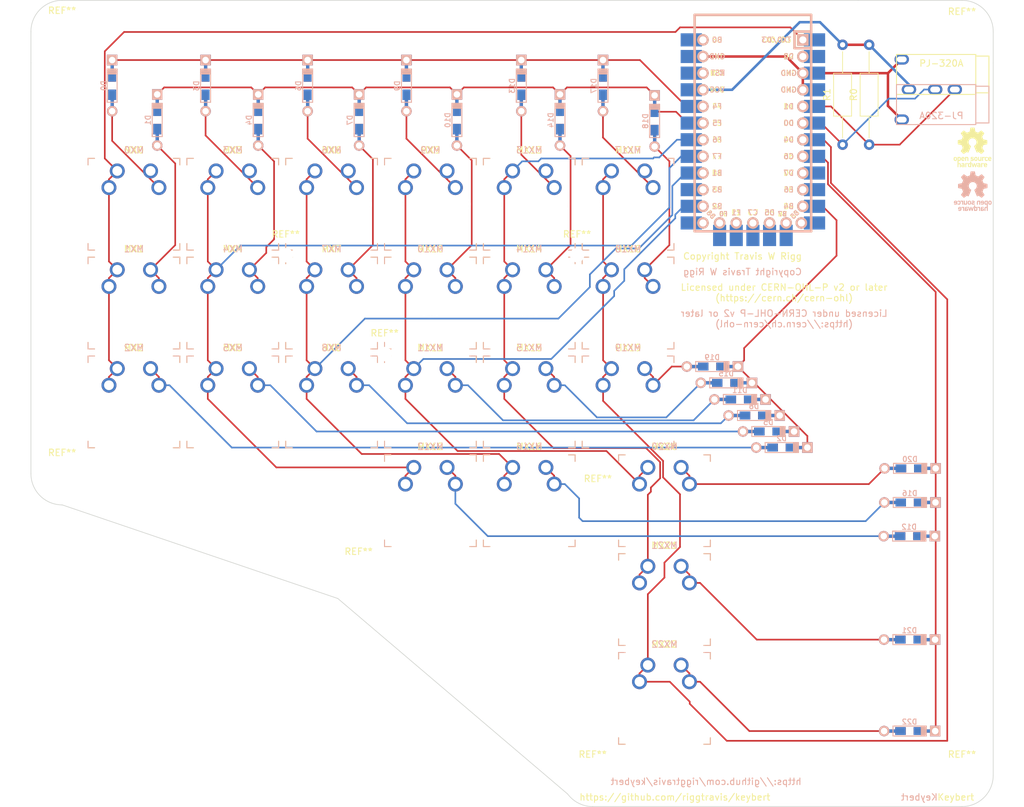
<source format=kicad_pcb>
(kicad_pcb (version 20211014) (generator pcbnew)
  (title_block (title "Keybert") (date "2022-05-16") (rev "0.0.1a") (comment 1 "Copyright Travis W Rigg") (comment 2 "Licensed under CERN-OHL-P v2 or later (https://cern.ch/cern-ohl)") (comment 3 "Repo: https://github.com/riggtravis/keybert"))
  (layers (0 "F.Cu" signal) (31 "B.Cu" signal) (34 "B.Paste" user) (35 "F.Paste" user) (36 "B.SilkS" user "B.Silkscreen") (37 "F.SilkS" user "F.Silkscreen") (38 "B.Mask" user) (39 "F.Mask" user) (44 "Edge.Cuts" user))
  (net 0 "")
  (net 1 "row0")
  (net 2 "Net-(D0-Pad2)")
  (net 3 "row1")
  (net 4 "Net-(D1-Pad2)")
  (net 5 "row2")
  (net 6 "Net-(D2-Pad2)")
  (net 7 "Net-(D3-Pad2)")
  (net 8 "Net-(D4-Pad2)")
  (net 9 "Net-(D5-Pad2)")
  (net 10 "Net-(D6-Pad2)")
  (net 11 "Net-(D7-Pad2)")
  (net 12 "Net-(D8-Pad2)")
  (net 13 "Net-(D9-Pad2)")
  (net 14 "Net-(D10-Pad2)")
  (net 15 "Net-(D11-Pad2)")
  (net 16 "clu0")
  (net 17 "Net-(D12-Pad2)")
  (net 18 "Net-(D13-Pad2)")
  (net 19 "Net-(D14-Pad2)")
  (net 20 "Net-(D15-Pad2)")
  (net 21 "Net-(D16-Pad2)")
  (net 22 "Net-(D17-Pad2)")
  (net 23 "Net-(D18-Pad2)")
  (net 24 "Net-(D19-Pad2)")
  (net 25 "Net-(D20-Pad2)")
  (net 26 "Net-(D21-Pad2)")
  (net 27 "Net-(D22-Pad2)")
  (net 28 "col0")
  (net 29 "col1")
  (net 30 "col2")
  (net 31 "col3")
  (net 32 "col4")
  (net 33 "col5")
  (net 35 "SCL")
  (net 36 "VCC")
  (net 37 "SDA")
  (net 40 "GND")
  (net 43 "unconnected-(MC-EC0-Pad15)")
  (footprint "MountingHole:MountingHole_2.2mm_M2" (layer "F.Cu") (at 156.5275 18.25625)
    (fp_text reference "REF**")
    (fp_text value "MountingHole_2.2mm_M2")
  )
  (footprint "Resistor_THT:R_Axial_DIN0207_L6.3mm_D2.5mm_P15.24mm_Horizontal" (layer "F.Cu") (at 142.35625 35.35875 90)
    (fp_text reference "R0")
    (fp_text value "4.7k")
  )
  (footprint "MountingHole:MountingHole_2.2mm_M2" (layer "F.Cu") (at 19.20875 18.0975)
    (fp_text reference "REF**")
    (fp_text value "MountingHole_2.2mm_M2")
  )
  (footprint "Keebio-Parts:TRRS-PJ-320A-dual" (layer "F.Cu") (at 158.63125 26.945 -90)
    (fp_text reference "J0")
    (fp_text value "TRRS")
  )
  (footprint "MountingHole:MountingHole_2.2mm_M2" (layer "F.Cu") (at 156.5275 131.60375)
    (fp_text reference "REF**")
    (fp_text value "MountingHole_2.2mm_M2")
  )
  (footprint "keyswitches:SW_MX_reversible" (layer "F.Cu") (at 105.56875 74.6125)
    (fp_text reference "MX19")
    (fp_text value "MX-NoLED")
  )
  (footprint "keyswitches:SW_MX_reversible" (layer "F.Cu") (at 75.40625 74.6125)
    (fp_text reference "MX11")
    (fp_text value "MX-NoLED")
  )
  (footprint "keyswitches:SW_MX_reversible" (layer "F.Cu") (at 111.125 89.69375)
    (fp_text reference "MX20")
    (fp_text value "MX-NoLED")
  )
  (footprint "keyswitches:SW_MX_reversible" (layer "F.Cu") (at 75.40625 89.69375)
    (fp_text reference "MX12")
    (fp_text value "MX-NoLED")
  )
  (footprint "MountingHole:MountingHole_2.2mm_M2" (layer "F.Cu") (at 64.4525 100.6475)
    (fp_text reference "REF**")
    (fp_text value "MountingHole_2.2mm_M2")
  )
  (footprint "MountingHole:MountingHole_2.2mm_M2" (layer "F.Cu") (at 100.17125 131.60375)
    (fp_text reference "REF**")
    (fp_text value "MountingHole_2.2mm_M2")
  )
  (footprint "keyswitches:SW_MX_reversible" (layer "F.Cu") (at 105.56875 59.53125)
    (fp_text reference "MX18")
    (fp_text value "MX-NoLED")
  )
  (footprint "MountingHole:MountingHole_2.2mm_M2" (layer "F.Cu") (at 53.34 52.22875)
    (fp_text reference "REF**")
    (fp_text value "MountingHole_2.2mm_M2")
  )
  (footprint "keyswitches:SW_MX_reversible" (layer "F.Cu") (at 75.40625 59.53125)
    (fp_text reference "MX10")
    (fp_text value "MX-NoLED")
  )
  (footprint "keyswitches:SW_MX_reversible" (layer "F.Cu") (at 90.4875 74.6125)
    (fp_text reference "MX15")
    (fp_text value "MX-NoLED")
  )
  (footprint "keyswitches:SW_MX_reversible" (layer "F.Cu") (at 60.325 59.53125)
    (fp_text reference "MX7")
    (fp_text value "MX-NoLED")
  )
  (footprint "keyswitches:SW_MX_reversible" (layer "F.Cu") (at 45.24375 44.45)
    (fp_text reference "MX3")
    (fp_text value "MX-NoLED")
  )
  (footprint "keyswitches:SW_MX_reversible" (layer "F.Cu") (at 90.4875 59.53125)
    (fp_text reference "MX14")
    (fp_text value "MX-NoLED")
  )
  (footprint "MountingHole:MountingHole_2.2mm_M2" (layer "F.Cu") (at 97.79 52.22875)
    (fp_text reference "REF**")
    (fp_text value "MountingHole_2.2mm_M2")
  )
  (footprint "MountingHole:MountingHole_2.2mm_M2" (layer "F.Cu") (at 19.20875 85.56625)
    (fp_text reference "REF**")
    (fp_text value "MountingHole_2.2mm_M2")
  )
  (footprint "keyswitches:SW_MX_reversible" (layer "F.Cu") (at 30.1625 44.45)
    (fp_text reference "MX0")
    (fp_text value "MX-NoLED")
  )
  (footprint "keyswitches:SW_MX_reversible" (layer "F.Cu") (at 60.325 74.6125)
    (fp_text reference "MX8")
    (fp_text value "MX-NoLED")
  )
  (footprint "MountingHole:MountingHole_2.2mm_M2" (layer "F.Cu") (at 68.42125 67.31)
    (fp_text reference "REF**")
    (fp_text value "MountingHole_2.2mm_M2")
  )
  (footprint "keyswitches:SW_MX_reversible" (layer "F.Cu") (at 111.125 119.85625)
    (fp_text reference "MX22")
    (fp_text value "MX-NoLED")
  )
  (footprint "Resistor_THT:R_Axial_DIN0207_L6.3mm_D2.5mm_P15.24mm_Horizontal" (layer "F.Cu") (at 138.30625 35.35875 90)
    (fp_text reference "R1")
    (fp_text value "4.7k")
  )
  (footprint "keyswitches:SW_MX_reversible" (layer "F.Cu") (at 90.4875 89.69375)
    (fp_text reference "MX16")
    (fp_text value "MX-NoLED")
  )
  (footprint "MountingHole:MountingHole_2.2mm_M2" (layer "F.Cu") (at 100.965 89.535)
    (fp_text reference "REF**")
    (fp_text value "MountingHole_2.2mm_M2")
  )
  (footprint "keyswitches:SW_MX_reversible" (layer "F.Cu") (at 90.4875 44.45)
    (fp_text reference "MX13")
    (fp_text value "MX-NoLED")
  )
  (footprint "keyswitches:SW_MX_reversible" (layer "F.Cu") (at 111.125 104.775)
    (fp_text reference "MX21")
    (fp_text value "MX-NoLED")
  )
  (footprint "keyswitches:SW_MX_reversible" (layer "F.Cu") (at 105.56875 44.45)
    (fp_text reference "MX17")
    (fp_text value "MX-NoLED")
  )
  (footprint "Symbol:OSHW-Logo_5.7x6mm_SilkScreen" (layer "F.Cu") (at 158.12625 35.775)
    (fp_text reference "REF**" hide)
    (fp_text value "OSHW-Logo_5.7x6mm_SilkScreen" hide)
  )
  (footprint "keyswitches:SW_MX_reversible" (layer "F.Cu") (at 60.325 44.45)
    (fp_text reference "MX6")
    (fp_text value "MX-NoLED")
  )
  (footprint "keyswitches:SW_MX_reversible" (layer "F.Cu") (at 45.24375 59.53125)
    (fp_text reference "MX4")
    (fp_text value "MX-NoLED")
  )
  (footprint "keyswitches:SW_MX_reversible" (layer "F.Cu") (at 30.1625 74.6125)
    (fp_text reference "MX2")
    (fp_text value "MX-NoLED")
  )
  (footprint "keyswitches:SW_MX_reversible" (layer "F.Cu") (at 75.40625 44.45)
    (fp_text reference "MX9")
    (fp_text value "MX-NoLED")
  )
  (footprint "keyswitches:SW_MX_reversible" (layer "F.Cu") (at 45.24375 74.6125)
    (fp_text reference "MX5")
    (fp_text value "MX-NoLED")
  )
  (footprint "keyswitches:SW_MX_reversible" (layer "F.Cu") (at 30.1625 59.53125)
    (fp_text reference "MX1")
    (fp_text value "MX-NoLED")
  )
  (footprint "Keebio-Parts:Diode-dual" (layer "B.Cu") (at 148.54 124.84)
    (fp_text reference "D22")
    (fp_text value "1N4148" hide)
  )
  (footprint "Keebio-Parts:Diode-dual" (layer "B.Cu") (at 49.13 31.59 90)
    (fp_text reference "D4")
    (fp_text value "1N4148" hide)
  )
  (footprint "Keebio-Parts:Diode-dual" (layer "B.Cu") (at 101.74 26.35 90)
    (fp_text reference "D17")
    (fp_text value "1N4148" hide)
  )
  (footprint "Keebio-Parts:Diode-dual" (layer "B.Cu") (at 118.43 69.22)
    (fp_text reference "D19")
    (fp_text value "1N4148" hide)
  )
  (footprint "Keebio-Parts:Diode-dual" (layer "B.Cu") (at 120.57 71.71)
    (fp_text reference "D15")
    (fp_text value "1N4148" hide)
  )
  (footprint "Keebio-Parts:Diode-dual" (layer "B.Cu") (at 41.1 26.35 90)
    (fp_text reference "D3")
    (fp_text value "1N4148" hide)
  )
  (footprint "Keebio-Parts:Diode-dual" (layer "B.Cu") (at 79.45 31.59 90)
    (fp_text reference "D10")
    (fp_text value "1N4148" hide)
  )
  (footprint "Keebio-Parts:Diode-dual" (layer "B.Cu") (at 148.58 89.96)
    (fp_text reference "D16")
    (fp_text value "1N4148" hide)
  )
  (footprint "Keebio-Parts:Diode-dual" (layer "B.Cu") (at 148.52 110.89)
    (fp_text reference "D21")
    (fp_text value "1N4148" hide)
  )
  (footprint "Symbol:OSHW-Logo_5.7x6mm_SilkScreen" (layer "B.Cu") (at 158.17625 42.455 180)
    (fp_text reference "REF**" hide)
    (fp_text value "OSHW-Logo_5.7x6mm_SilkScreen" hide)
  )
  (footprint "Keebio-Parts:Diode-dual" (layer "B.Cu") (at 148.61 84.76)
    (fp_text reference "D20")
    (fp_text value "1N4148" hide)
  )
  (footprint "Keebio-Parts:Diode-dual" (layer "B.Cu") (at 122.65 74.24)
    (fp_text reference "D11")
    (fp_text value "1N4148" hide)
  )
  (footprint "Keebio-Parts:Diode-dual" (layer "B.Cu") (at 89.28 26.35 90)
    (fp_text reference "D13")
    (fp_text value "1N4148" hide)
  )
  (footprint "Keebio-Parts:Diode-dual" (layer "B.Cu") (at 71.75 26.35 90)
    (fp_text reference "D9")
    (fp_text value "1N4148" hide)
  )
  (footprint "Keebio-Parts:Diode-dual" (layer "B.Cu") (at 124.81 76.69)
    (fp_text reference "D8")
    (fp_text value "1N4148" hide)
  )
  (footprint "Keebio-Parts:Diode-dual" (layer "B.Cu") (at 26.84 26.35 90)
    (fp_text reference "D0")
    (fp_text value "1N4148" hide)
  )
  (footprint "Keebio-Parts:Diode-dual" (layer "B.Cu") (at 109.62 31.74 90)
    (fp_text reference "D18")
    (fp_text value "1N4148" hide)
  )
  (footprint "Keebio-Parts:Diode-dual" (layer "B.Cu") (at 95.18 31.59 90)
    (fp_text reference "D14")
    (fp_text value "1N4148" hide)
  )
  (footprint "Keebio-Parts:Diode-dual" (layer "B.Cu") (at 129.03 81.58)
    (fp_text reference "D2")
    (fp_text value "1N4148" hide)
  )
  (footprint "Keebio-Parts:Diode-dual" (layer "B.Cu") (at 33.72 31.59 90)
    (fp_text reference "D1")
    (fp_text value "1N4148" hide)
  )
  (footprint "Keebio-Parts:Diode-dual" (layer "B.Cu") (at 148.48 95.1)
    (fp_text reference "D12")
    (fp_text value "1N4148" hide)
  )
  (footprint "Keebio-Parts:Diode-dual" (layer "B.Cu") (at 56.67 26.35 90)
    (fp_text reference "D6")
    (fp_text value "1N4148" hide)
  )
  (footprint "Keebio-Parts:Diode-dual" (layer "B.Cu") (at 64.53 31.59 90)
    (fp_text reference "D7")
    (fp_text value "1N4148" hide)
  )
  (footprint "Keebio-Parts:Elite-C-castellated-29pin-holes" (layer "B.Cu") (at 124.61875 33.3375 -90)
    (fp_text reference "MC-EC0" hide)
    (fp_text value "Elite-C" hide)
  )
  (footprint "Keebio-Parts:Diode-dual" (layer "B.Cu") (at 127 79.13)
    (fp_text reference "D5")
    (fp_text value "1N4148" hide)
  )
  (gr_line (start 100.17125 136.36625) (end 156.5275 136.36625) (layer "Edge.Cuts") (width 0.1))
  (gr_arc (start 19.20875 90.32875) (mid 15.841154 88.933846) (end 14.44625 85.56625) (layer "Edge.Cuts") (width 0.1))
  (gr_line (start 14.44625 22.86) (end 14.44625 85.56625) (layer "Edge.Cuts") (width 0.1))
  (gr_line (start 96.36125 134.46125) (end 61.2775 104.61625) (layer "Edge.Cuts") (width 0.1))
  (gr_line (start 161.29 22.86) (end 161.29 131.60375) (layer "Edge.Cuts") (width 0.1))
  (gr_arc (start 100.17125 136.36625) (mid 98.041395 135.863459) (end 96.36125 134.46125) (layer "Edge.Cuts") (width 0.1))
  (gr_line (start 140.6525 13.335) (end 156.5275 13.335) (layer "Edge.Cuts") (width 0.1))
  (gr_arc (start 161.29 131.60375) (mid 159.895099 134.971364) (end 156.5275 136.36625) (layer "Edge.Cuts") (width 0.1))
  (gr_line (start 140.6525 13.335) (end 19.20875 13.335) (layer "Edge.Cuts") (width 0.1))
  (gr_line (start 161.29 22.86) (end 161.29 18.0975) (layer "Edge.Cuts") (width 0.1))
  (gr_arc (start 14.44625 18.0975) (mid 15.841154 14.729904) (end 19.20875 13.335) (layer "Edge.Cuts") (width 0.1))
  (gr_line (start 19.20875 90.32875) (end 61.2775 104.61625) (layer "Edge.Cuts") (width 0.1))
  (gr_line (start 14.44625 18.0975) (end 14.44625 22.86) (layer "Edge.Cuts") (width 0.1))
  (gr_arc (start 156.5275 13.335) (mid 159.895096 14.729904) (end 161.29 18.0975) (layer "Edge.Cuts") (width 0.1))
  (gr_text "Licensed under CERN-OHL-P v2 or later\n(https://cern.ch/cern-ohl)" (at 129.38125 61.9125) (layer "B.SilkS") (effects (font (size 1 1)) (justify mirror)))
  (gr_text "https://github.com/riggtravis/keybert" (at 117.475 132.55625) (layer "B.SilkS") (effects (font (size 1 1)) (justify mirror)))
  (gr_text "Copyright Travis W Rigg" (at 123.03125 54.76875) (layer "B.SilkS") (effects (font (size 1 1)) (justify mirror)))
  (gr_text "Keybert" (at 150.01875 134.9375) (layer "B.SilkS") (effects (font (size 1 1)) (justify mirror)))
  (gr_text "Licensed under CERN-OHL-P v2 or later\n(https://cern.ch/cern-ohl)" (at 129.38125 57.94375) (layer "F.SilkS") (effects (font (size 1 1))))
  (gr_text "Copyright Travis W Rigg" (at 123.03125 52.3875) (layer "F.SilkS") (effects (font (size 1 1))))
  (gr_text "Keybert" (at 155.575 134.9375) (layer "F.SilkS") (effects (font (size 1 1))))
  (gr_text "https://github.com/riggtravis/keybert" (at 112.7125 134.9375) (layer "F.SilkS") (effects (font (size 1 1))))
  (segment (start 114.45875 29.5275) (end 116.99875 29.5275) (width 0.25) (layer "F.Cu") (net 1))
  (segment (start 27.28 22.45) (end 41.1 22.45) (width 0.25) (layer "F.Cu") (net 1))
  (segment (start 107.38125 22.45) (end 114.45875 29.5275) (width 0.25) (layer "F.Cu") (net 1))
  (segment (start 101.74 22.45) (end 107.38125 22.45) (width 0.25) (layer "F.Cu") (net 1))
  (segment (start 41.1 22.45) (end 101.74 22.45) (width 0.25) (layer "F.Cu") (net 1))
  (segment (start 101.74 22.45) (end 101.74 24.509022) (width 0.25) (layer "B.Cu") (net 1))
  (segment (start 26.84 30.25) (end 26.84 34.7775) (width 0.25) (layer "F.Cu") (net 2))
  (segment (start 26.84 34.7775) (end 33.9725 41.91) (width 0.25) (layer "F.Cu") (net 2))
  (segment (start 95.18 27.69) (end 96.244511 26.625489) (width 0.25) (layer "F.Cu") (net 3))
  (segment (start 63.465489 26.625489) (end 64.53 27.69) (width 0.25) (layer "F.Cu") (net 3))
  (segment (start 109.62 30.34) (end 112.89 30.34) (width 0.25) (layer "F.Cu") (net 3))
  (segment (start 49.13 27.69) (end 50.194511 26.625489) (width 0.25) (layer "F.Cu") (net 3))
  (segment (start 80.514511 26.625489) (end 94.115489 26.625489) (width 0.25) (layer "F.Cu") (net 3))
  (segment (start 94.115489 26.625489) (end 95.18 27.69) (width 0.25) (layer "F.Cu") (net 3))
  (segment (start 50.194511 26.625489) (end 63.465489 26.625489) (width 0.25) (layer "F.Cu") (net 3))
  (segment (start 79.45 27.69) (end 80.514511 26.625489) (width 0.25) (layer "F.Cu") (net 3))
  (segment (start 96.244511 26.625489) (end 108.405489 26.625489) (width 0.25) (layer "F.Cu") (net 3))
  (segment (start 48.065489 26.625489) (end 49.13 27.69) (width 0.25) (layer "F.Cu") (net 3))
  (segment (start 34.784511 26.625489) (end 48.065489 26.625489) (width 0.25) (layer "F.Cu") (net 3))
  (segment (start 114.6175 32.0675) (end 116.99875 32.0675) (width 0.25) (layer "F.Cu") (net 3))
  (segment (start 33.72 27.69) (end 34.784511 26.625489) (width 0.25) (layer "F.Cu") (net 3))
  (segment (start 78.385489 26.625489) (end 79.45 27.69) (width 0.25) (layer "F.Cu") (net 3))
  (segment (start 64.53 27.69) (end 65.594511 26.625489) (width 0.25) (layer "F.Cu") (net 3))
  (segment (start 108.405489 26.625489) (end 109.62 27.84) (width 0.25) (layer "F.Cu") (net 3))
  (segment (start 112.89 30.34) (end 114.6175 32.0675) (width 0.25) (layer "F.Cu") (net 3))
  (segment (start 65.594511 26.625489) (end 78.385489 26.625489) (width 0.25) (layer "F.Cu") (net 3))
  (segment (start 32.7025 54.45125) (end 33.9725 55.72125) (width 0.25) (layer "F.Cu") (net 4))
  (segment (start 36.467921 38.237921) (end 36.467921 50.685829) (width 0.25) (layer "F.Cu") (net 4))
  (segment (start 33.72 35.49) (end 36.467921 38.237921) (width 0.25) (layer "F.Cu") (net 4))
  (segment (start 36.467921 50.685829) (end 32.7025 54.45125) (width 0.25) (layer "F.Cu") (net 4))
  (segment (start 33.9725 55.72125) (end 33.9725 56.99125) (width 0.25) (layer "F.Cu") (net 4))
  (segment (start 123.279561 68.270439) (end 123.279561 66.400439) (width 0.25) (layer "F.Cu") (net 5))
  (segment (start 137.38 46.8925) (end 135.255 44.7675) (width 0.25) (layer "F.Cu") (net 5))
  (segment (start 137.38 52.3) (end 137.38 46.8925) (width 0.25) (layer "F.Cu") (net 5))
  (segment (start 122.33 69.22) (end 123.279561 68.270439) (width 0.25) (layer "F.Cu") (net 5))
  (segment (start 123.279561 66.400439) (end 137.38 52.3) (width 0.25) (layer "F.Cu") (net 5))
  (segment (start 132.93 81.58) (end 132.93 79.82) (width 0.25) (layer "F.Cu") (net 5))
  (segment (start 132.93 79.82) (end 122.33 69.22) (width 0.25) (layer "F.Cu") (net 5))
  (segment (start 135.255 44.7675) (end 132.23875 44.7675) (width 0.25) (layer "F.Cu") (net 5))
  (segment (start 32.7025 69.5325) (end 33.9725 70.8025) (width 0.25) (layer "F.Cu") (net 6))
  (segment (start 33.9725 70.8025) (end 33.9725 72.0725) (width 0.25) (layer "F.Cu") (net 6))
  (segment (start 35.588946 72.0725) (end 45.096446 81.58) (width 0.25) (layer "B.Cu") (net 6))
  (segment (start 45.096446 81.58) (end 125.13 81.58) (width 0.25) (layer "B.Cu") (net 6))
  (segment (start 33.9725 72.0725) (end 35.588946 72.0725) (width 0.25) (layer "B.Cu") (net 6))
  (segment (start 41.1 33.95625) (end 49.05375 41.91) (width 0.25) (layer "F.Cu") (net 7))
  (segment (start 41.1 30.25) (end 41.1 33.95625) (width 0.25) (layer "F.Cu") (net 7))
  (segment (start 49.05375 55.72125) (end 49.05375 56.99125) (width 0.25) (layer "F.Cu") (net 8))
  (segment (start 50.36 51.875) (end 47.78375 54.45125) (width 0.25) (layer "F.Cu") (net 8))
  (segment (start 49.13 35.49) (end 51.549171 37.909171) (width 0.25) (layer "F.Cu") (net 8))
  (segment (start 51.549171 49.800829) (end 50.36 50.99) (width 0.25) (layer "F.Cu") (net 8))
  (segment (start 51.549171 37.909171) (end 51.549171 49.800829) (width 0.25) (layer "F.Cu") (net 8))
  (segment (start 50.36 50.99) (end 50.36 51.875) (width 0.25) (layer "F.Cu") (net 8))
  (segment (start 47.78375 54.45125) (end 49.05375 55.72125) (width 0.25) (layer "F.Cu") (net 8))
  (segment (start 49.05375 70.8025) (end 49.05375 72.0725) (width 0.25) (layer "F.Cu") (net 9))
  (segment (start 47.78375 69.5325) (end 49.05375 70.8025) (width 0.25) (layer "F.Cu") (net 9))
  (segment (start 50.971992 72.0725) (end 58.029492 79.13) (width 0.25) (layer "B.Cu") (net 9))
  (segment (start 49.05375 72.0725) (end 50.971992 72.0725) (width 0.25) (layer "B.Cu") (net 9))
  (segment (start 58.029492 79.13) (end 123.1 79.13) (width 0.25) (layer "B.Cu") (net 9))
  (segment (start 56.67 30.25) (end 56.67 34.445) (width 0.25) (layer "F.Cu") (net 10))
  (segment (start 56.67 34.445) (end 64.135 41.91) (width 0.25) (layer "F.Cu") (net 10))
  (segment (start 64.53 35.49) (end 66.630421 37.590421) (width 0.25) (layer "F.Cu") (net 11))
  (segment (start 66.630421 50.685829) (end 62.865 54.45125) (width 0.25) (layer "F.Cu") (net 11))
  (segment (start 62.865 54.45125) (end 64.135 55.72125) (width 0.25) (layer "F.Cu") (net 11))
  (segment (start 66.630421 37.590421) (end 66.630421 50.685829) (width 0.25) (layer "F.Cu") (net 11))
  (segment (start 64.135 55.72125) (end 64.135 56.99125) (width 0.25) (layer "F.Cu") (net 11))
  (segment (start 64.135 70.8025) (end 64.135 72.0725) (width 0.25) (layer "F.Cu") (net 12))
  (segment (start 62.865 69.5325) (end 64.135 70.8025) (width 0.25) (layer "F.Cu") (net 12))
  (segment (start 71.860703 77.879961) (end 119.720039 77.879961) (width 0.25) (layer "B.Cu") (net 12))
  (segment (start 64.135 72.0725) (end 66.053242 72.0725) (width 0.25) (layer "B.Cu") (net 12))
  (segment (start 66.053242 72.0725) (end 71.860703 77.879961) (width 0.25) (layer "B.Cu") (net 12))
  (segment (start 119.720039 77.879961) (end 120.91 76.69) (width 0.25) (layer "B.Cu") (net 12))
  (segment (start 71.75 34.44375) (end 79.21625 41.91) (width 0.25) (layer "F.Cu") (net 13))
  (segment (start 71.75 30.25) (end 71.75 34.44375) (width 0.25) (layer "F.Cu") (net 13))
  (segment (start 81.711671 37.751671) (end 81.711671 50.685829) (width 0.25) (layer "F.Cu") (net 14))
  (segment (start 79.21625 55.72125) (end 79.21625 56.99125) (width 0.25) (layer "F.Cu") (net 14))
  (segment (start 81.711671 50.685829) (end 77.94625 54.45125) (width 0.25) (layer "F.Cu") (net 14))
  (segment (start 77.94625 54.45125) (end 79.21625 55.72125) (width 0.25) (layer "F.Cu") (net 14))
  (segment (start 79.45 35.49) (end 81.711671 37.751671) (width 0.25) (layer "F.Cu") (net 14))
  (segment (start 77.94625 69.5325) (end 79.21625 70.8025) (width 0.25) (layer "F.Cu") (net 15))
  (segment (start 79.21625 70.8025) (end 79.21625 72.0725) (width 0.25) (layer "F.Cu") (net 15))
  (segment (start 81.134492 72.0725) (end 86.492433 77.430441) (width 0.25) (layer "B.Cu") (net 15))
  (segment (start 86.492433 77.430441) (end 115.559559 77.430441) (width 0.25) (layer "B.Cu") (net 15))
  (segment (start 115.559559 77.430441) (end 118.75 74.24) (width 0.25) (layer "B.Cu") (net 15))
  (segment (start 79.21625 72.0725) (end 81.134492 72.0725) (width 0.25) (layer "B.Cu") (net 15))
  (segment (start 135.12298 37.1475) (end 132.23875 37.1475) (width 0.25) (layer "F.Cu") (net 16))
  (segment (start 152.51 84.76) (end 152.51 57.835718) (width 0.25) (layer "F.Cu") (net 16))
  (segment (start 152.51 57.835718) (end 136.07548 41.401197) (width 0.25) (layer "F.Cu") (net 16))
  (segment (start 136.07548 41.401197) (end 136.07548 38.1) (width 0.25) (layer "F.Cu") (net 16))
  (segment (start 152.51 84.76) (end 152.51 124.77) (width 0.25) (layer "F.Cu") (net 16))
  (segment (start 136.07548 38.1) (end 135.12298 37.1475) (width 0.25) (layer "F.Cu") (net 16))
  (segment (start 79.21625 85.88375) (end 79.21625 87.15375) (width 0.25) (layer "F.Cu") (net 17))
  (segment (start 77.94625 84.61375) (end 79.21625 85.88375) (width 0.25) (layer "F.Cu") (net 17))
  (segment (start 84.159492 95.1) (end 144.58 95.1) (width 0.25) (layer "B.Cu") (net 17))
  (segment (start 79.21625 87.15375) (end 79.21625 90.156758) (width 0.25) (layer "B.Cu") (net 17))
  (segment (start 79.21625 90.156758) (end 84.159492 95.1) (width 0.25) (layer "B.Cu") (net 17))
  (segment (start 89.28 36.8925) (end 94.2975 41.91) (width 0.25) (layer "F.Cu") (net 18))
  (segment (start 89.28 30.25) (end 89.28 36.8925) (width 0.25) (layer "F.Cu") (net 18))
  (segment (start 95.18 35.49) (end 96.792921 37.102921) (width 0.25) (layer "F.Cu") (net 19))
  (segment (start 96.792921 50.685829) (end 93.0275 54.45125) (width 0.25) (layer "F.Cu") (net 19))
  (segment (start 94.2975 55.72125) (end 94.2975 56.99125) (width 0.25) (layer "F.Cu") (net 19))
  (segment (start 93.0275 54.45125) (end 94.2975 55.72125) (width 0.25) (layer "F.Cu") (net 19))
  (segment (start 96.792921 37.102921) (end 96.792921 50.685829) (width 0.25) (layer "F.Cu") (net 19))
  (segment (start 94.2975 70.8025) (end 94.2975 72.0725) (width 0.25) (layer "F.Cu") (net 20))
  (segment (start 93.0275 69.5325) (end 94.2975 70.8025) (width 0.25) (layer "F.Cu") (net 20))
  (segment (start 100.822367 76.980921) (end 111.399079 76.980921) (width 0.25) (layer "B.Cu") (net 20))
  (segment (start 111.399079 76.980921) (end 116.67 71.71) (width 0.25) (layer "B.Cu") (net 20))
  (segment (start 95.913946 72.0725) (end 100.822367 76.980921) (width 0.25) (layer "B.Cu") (net 20))
  (segment (start 94.2975 72.0725) (end 95.913946 72.0725) (width 0.25) (layer "B.Cu") (net 20))
  (segment (start 94.2975 85.88375) (end 94.2975 87.15375) (width 0.25) (layer "F.Cu") (net 21))
  (segment (start 93.0275 84.61375) (end 94.2975 85.88375) (width 0.25) (layer "F.Cu") (net 21))
  (segment (start 94.2975 87.15375) (end 95.913946 87.15375) (width 0.25) (layer "B.Cu") (net 21))
  (segment (start 98.1 89.339804) (end 98.1 92.28) (width 0.25) (layer "B.Cu") (net 21))
  (segment (start 95.913946 87.15375) (end 98.1 89.339804) (width 0.25) (layer "B.Cu") (net 21))
  (segment (start 98.63 92.81) (end 141.83 92.81) (width 0.25) (layer "B.Cu") (net 21))
  (segment (start 141.83 92.81) (end 144.68 89.96) (width 0.25) (layer "B.Cu") (net 21))
  (segment (start 98.1 92.28) (end 98.63 92.81) (width 0.25) (layer "B.Cu") (net 21))
  (segment (start 101.74 34.27125) (end 109.37875 41.91) (width 0.25) (layer "F.Cu") (net 22))
  (segment (start 101.74 30.25) (end 101.74 34.27125) (width 0.25) (layer "F.Cu") (net 22))
  (segment (start 108.10875 54.45125) (end 111.874171 50.685829) (width 0.25) (layer "F.Cu") (net 23))
  (segment (start 109.37875 56.99125) (end 108.10875 55.72125) (width 0.25) (layer "F.Cu") (net 23))
  (segment (start 111.874171 50.685829) (end 111.874171 37.894171) (width 0.25) (layer "F.Cu") (net 23))
  (segment (start 111.874171 37.894171) (end 109.62 35.64) (width 0.25) (layer "F.Cu") (net 23))
  (segment (start 108.10875 55.72125) (end 108.10875 54.45125) (width 0.25) (layer "F.Cu") (net 23))
  (segment (start 108.10875 69.5325) (end 109.37875 70.8025) (width 0.25) (layer "F.Cu") (net 24))
  (segment (start 109.37875 70.8025) (end 109.37875 72.0725) (width 0.25) (layer "F.Cu") (net 24))
  (segment (start 112.23125 69.22) (end 114.53 69.22) (width 0.25) (layer "F.Cu") (net 24))
  (segment (start 109.37875 72.0725) (end 112.23125 69.22) (width 0.25) (layer "F.Cu") (net 24))
  (segment (start 114.935 85.88375) (end 114.935 87.15375) (width 0.25) (layer "F.Cu") (net 25))
  (segment (start 113.665 84.61375) (end 114.935 85.88375) (width 0.25) (layer "F.Cu") (net 25))
  (segment (start 114.935 87.15375) (end 142.31625 87.15375) (width 0.25) (layer "F.Cu") (net 25))
  (segment (start 142.31625 87.15375) (end 144.71 84.76) (width 0.25) (layer "F.Cu") (net 25))
  (segment (start 116.551446 102.235) (end 125.206446 110.89) (width 0.25) (layer "F.Cu") (net 26))
  (segment (start 114.935 102.235) (end 116.551446 102.235) (width 0.25) (layer "F.Cu") (net 26))
  (segment (start 125.206446 110.89) (end 144.62 110.89) (width 0.25) (layer "F.Cu") (net 26))
  (segment (start 114.935 100.965) (end 114.935 102.235) (width 0.25) (layer "F.Cu") (net 26))
  (segment (start 113.665 99.695) (end 114.935 100.965) (width 0.25) (layer "F.Cu") (net 26))
  (segment (start 116.551446 117.31625) (end 124.075196 124.84) (width 0.25) (layer "F.Cu") (net 27))
  (segment (start 114.935 117.31625) (end 116.551446 117.31625) (width 0.25) (layer "F.Cu") (net 27))
  (segment (start 114.935 116.04625) (end 114.935 117.31625) (width 0.25) (layer "F.Cu") (net 27))
  (segment (start 124.075196 124.84) (end 144.64 124.84) (width 0.25) (layer "F.Cu") (net 27))
  (segment (start 113.665 114.77625) (end 114.935 116.04625) (width 0.25) (layer "F.Cu") (net 27))
  (segment (start 26.3525 41.91) (end 26.3525 53.18125) (width 0.25) (layer "F.Cu") (net 28))
  (segment (start 112.802061 18.166689) (end 113.50625 17.4625) (width 0.25) (layer "F.Cu") (net 28))
  (segment (start 28.663311 18.166689) (end 112.802061 18.166689) (width 0.25) (layer "F.Cu") (net 28))
  (segment (start 25.715489 21.114511) (end 28.663311 18.166689) (width 0.25) (layer "F.Cu") (net 28))
  (segment (start 26.3525 55.72125) (end 26.3525 56.99125) (width 0.25) (layer "F.Cu") (net 28))
  (segment (start 26.3525 56.99125) (end 26.3525 68.2625) (width 0.25) (layer "F.Cu") (net 28))
  (segment (start 26.3525 53.18125) (end 27.6225 54.45125) (width 0.25) (layer "F.Cu") (net 28))
  (segment (start 26.3525 68.2625) (end 27.6225 69.5325) (width 0.25) (layer "F.Cu") (net 28))
  (segment (start 26.3525 40.64) (end 26.3525 41.91) (width 0.25) (layer "F.Cu") (net 28))
  (segment (start 113.50625 17.4625) (end 130.33375 17.4625) (width 0.25) (layer "F.Cu") (net 28))
  (segment (start 25.715489 37.462989) (end 25.715489 21.114511) (width 0.25) (layer "F.Cu") (net 28))
  (segment (start 27.6225 39.37) (end 25.715489 37.462989) (width 0.25) (layer "F.Cu") (net 28))
  (segment (start 27.6225 39.37) (end 26.3525 40.64) (width 0.25) (layer "F.Cu") (net 28))
  (segment (start 26.3525 70.8025) (end 26.3525 72.0725) (width 0.25) (layer "F.Cu") (net 28))
  (segment (start 130.33375 17.4625) (end 132.23875 19.3675) (width 0.25) (layer "F.Cu") (net 28))
  (segment (start 27.6225 54.45125) (end 26.3525 55.72125) (width 0.25) (layer "F.Cu") (net 28))
  (segment (start 27.6225 69.5325) (end 26.3525 70.8025) (width 0.25) (layer "F.Cu") (net 28))
  (segment (start 41.43375 72.0725) (end 41.43375 74.151954) (width 0.25) (layer "F.Cu") (net 29))
  (segment (start 41.43375 68.2625) (end 42.70375 69.5325) (width 0.25) (layer "F.Cu") (net 29))
  (segment (start 41.43375 41.91) (end 41.43375 53.18125) (width 0.25) (layer "F.Cu") (net 29))
  (segment (start 41.43375 70.8025) (end 41.43375 72.0725) (width 0.25) (layer "F.Cu") (net 29))
  (segment (start 72.86625 84.61375) (end 71.59625 85.88375) (width 0.25) (layer "F.Cu") (net 29))
  (segment (start 42.70375 54.45125) (end 41.43375 55.72125) (width 0.25) (layer "F.Cu") (net 29))
  (segment (start 51.895546 84.61375) (end 72.86625 84.61375) (width 0.25) (layer "F.Cu") (net 29))
  (segment (start 41.43375 56.99125) (end 41.43375 68.2625) (width 0.25) (layer "F.Cu") (net 29))
  (segment (start 71.59625 85.88375) (end 71.59625 87.15375) (width 0.25) (layer "F.Cu") (net 29))
  (segment (start 41.43375 74.151954) (end 51.895546 84.61375) (width 0.25) (layer "F.Cu") (net 29))
  (segment (start 42.70375 69.5325) (end 41.43375 70.8025) (width 0.25) (layer "F.Cu") (net 29))
  (segment (start 41.43375 40.64) (end 41.43375 41.91) (width 0.25) (layer "F.Cu") (net 29))
  (segment (start 41.43375 55.72125) (end 41.43375 56.99125) (width 0.25) (layer "F.Cu") (net 29))
  (segment (start 41.43375 53.18125) (end 42.70375 54.45125) (width 0.25) (layer "F.Cu") (net 29))
  (segment (start 42.70375 39.37) (end 41.43375 40.64) (width 0.25) (layer "F.Cu") (net 29))
  (segment (start 42.70375 54.45125) (end 46.400771 50.754229) (width 0.25) (layer "B.Cu") (net 29))
  (segment (start 113.665 37.1475) (end 116.99875 37.1475) (width 0.25) (layer "B.Cu") (net 29))
  (segment (start 111.874171 38.938329) (end 113.665 37.1475) (width 0.25) (layer "B.Cu") (net 29))
  (segment (start 111.874171 44.957587) (end 111.874171 38.938329) (width 0.25) (layer "B.Cu") (net 29))
  (segment (start 106.077529 50.754229) (end 111.874171 44.957587) (width 0.25) (layer "B.Cu") (net 29))
  (segment (start 46.400771 50.754229) (end 106.077529 50.754229) (width 0.25) (layer "B.Cu") (net 29))
  (segment (start 56.515 40.64) (end 56.515 41.91) (width 0.25) (layer "F.Cu") (net 30))
  (segment (start 85.89375 82.56) (end 87.9475 84.61375) (width 0.25) (layer "F.Cu") (net 30))
  (segment (start 57.785 54.45125) (end 56.515 55.72125) (width 0.25) (layer "F.Cu") (net 30))
  (segment (start 56.515 68.2625) (end 57.785 69.5325) (width 0.25) (layer "F.Cu") (net 30))
  (segment (start 56.515 56.99125) (end 56.515 68.2625) (width 0.25) (layer "F.Cu") (net 30))
  (segment (start 56.515 53.18125) (end 57.785 54.45125) (width 0.25) (layer "F.Cu") (net 30))
  (segment (start 56.515 72.0725) (end 56.515 74.151954) (width 0.25) (layer "F.Cu") (net 30))
  (segment (start 57.785 69.5325) (end 56.515 70.8025) (width 0.25) (layer "F.Cu") (net 30))
  (segment (start 56.515 55.72125) (end 56.515 56.99125) (width 0.25) (layer "F.Cu") (net 30))
  (segment (start 56.515 70.8025) (end 56.515 72.0725) (width 0.25) (layer "F.Cu") (net 30))
  (segment (start 57.785 39.37) (end 56.515 40.64) (width 0.25) (layer "F.Cu") (net 30))
  (segment (start 87.9475 84.61375) (end 86.6775 85.88375) (width 0.25) (layer "F.Cu") (net 30))
  (segment (start 64.923046 82.56) (end 85.89375 82.56) (width 0.25) (layer "F.Cu") (net 30))
  (segment (start 56.515 74.151954) (end 64.923046 82.56) (width 0.25) (layer "F.Cu") (net 30))
  (segment (start 86.6775 85.88375) (end 86.6775 87.15375) (width 0.25) (layer "F.Cu") (net 30))
  (segment (start 56.515 41.91) (end 56.515 53.18125) (width 0.25) (layer "F.Cu") (net 30))
  (segment (start 99.74 55.16) (end 103.696251 51.203749) (width 0.25) (layer "B.Cu") (net 30))
  (segment (start 114.3 39.6875) (end 116.99875 39.6875) (width 0.25) (layer "B.Cu") (net 30))
  (segment (start 107.206251 51.203749) (end 112.323691 46.086309) (width 0.25) (layer "B.Cu") (net 30))
  (segment (start 94.932087 61.899671) (end 99.74 57.091758) (width 0.25) (layer "B.Cu") (net 30))
  (segment (start 112.323691 41.663809) (end 114.3 39.6875) (width 0.25) (layer "B.Cu") (net 30))
  (segment (start 112.323691 46.086309) (end 112.323691 41.663809) (width 0.25) (layer "B.Cu") (net 30))
  (segment (start 99.74 57.091758) (end 99.74 55.16) (width 0.25) (layer "B.Cu") (net 30))
  (segment (start 65.417829 61.899671) (end 94.932087 61.899671) (width 0.25) (layer "B.Cu") (net 30))
  (segment (start 103.696251 51.203749) (end 107.206251 51.203749) (width 0.25) (layer "B.Cu") (net 30))
  (segment (start 57.785 69.5325) (end 65.417829 61.899671) (width 0.25) (layer "B.Cu") (net 30))
  (segment (start 71.59625 53.18125) (end 72.86625 54.45125) (width 0.25) (layer "F.Cu") (net 31))
  (segment (start 102.27173 82.11048) (end 107.315 87.15375) (width 0.25) (layer "F.Cu") (net 31))
  (segment (start 72.86625 54.45125) (end 71.59625 55.72125) (width 0.25) (layer "F.Cu") (net 31))
  (segment (start 71.59625 55.72125) (end 71.59625 56.99125) (width 0.25) (layer "F.Cu") (net 31))
  (segment (start 71.59625 72.0725) (end 71.59625 74.151954) (width 0.25) (layer "F.Cu") (net 31))
  (segment (start 108.585 84.61375) (end 107.315 85.88375) (width 0.25) (layer "F.Cu") (net 31))
  (segment (start 72.86625 39.37) (end 71.59625 40.64) (width 0.25) (layer "F.Cu") (net 31))
  (segment (start 71.59625 41.91) (end 71.59625 53.18125) (width 0.25) (layer "F.Cu") (net 31))
  (segment (start 71.59625 40.64) (end 71.59625 41.91) (width 0.25) (layer "F.Cu") (net 31))
  (segment (start 72.86625 69.5325) (end 71.59625 70.8025) (width 0.25) (layer "F.Cu") (net 31))
  (segment (start 79.554776 82.11048) (end 102.27173 82.11048) (width 0.25) (layer "F.Cu") (net 31))
  (segment (start 71.59625 70.8025) (end 71.59625 72.0725) (width 0.25) (layer "F.Cu") (net 31))
  (segment (start 71.59625 74.151954) (end 79.554776 82.11048) (width 0.25) (layer "F.Cu") (net 31))
  (segment (start 71.59625 56.99125) (end 71.59625 68.2625) (width 0.25) (layer "F.Cu") (net 31))
  (segment (start 107.315 85.88375) (end 107.315 87.15375) (width 0.25) (layer "F.Cu") (net 31))
  (segment (start 71.59625 68.2625) (end 72.86625 69.5325) (width 0.25) (layer "F.Cu") (net 31))
  (segment (start 74.333761 68.064989) (end 93.845011 68.064989) (width 0.25) (layer "B.Cu") (net 31))
  (segment (start 103.45 58.46) (end 103.45 57.67) (width 0.25) (layer "B.Cu") (net 31))
  (segment (start 112.773211 46.0375) (end 114.043211 44.7675) (width 0.25) (layer "B.Cu") (net 31))
  (segment (start 104.99 56.13) (end 104.99 54.37325) (width 0.25) (layer "B.Cu") (net 31))
  (segment (start 72.86625 69.5325) (end 74.333761 68.064989) (width 0.25) (layer "B.Cu") (net 31))
  (segment (start 114.043211 44.7675) (end 116.99875 44.7675) (width 0.25) (layer "B.Cu") (net 31))
  (segment (start 112.773211 46.590039) (end 112.773211 46.0375) (width 0.25) (layer "B.Cu") (net 31))
  (segment (start 113.96 44.45) (end 116.99875 44.45) (width 0.25) (layer "B.Cu") (net 31))
  (segment (start 93.845011 68.064989) (end 103.45 58.46) (width 0.25) (layer "B.Cu") (net 31))
  (segment (start 104.99 54.37325) (end 112.773211 46.590039) (width 0.25) (layer "B.Cu") (net 31))
  (segment (start 103.45 57.67) (end 104.99 56.13) (width 0.25) (layer "B.Cu") (net 31))
  (segment (start 87.9475 69.5325) (end 86.6775 70.8025) (width 0.25) (layer "F.Cu") (net 32))
  (segment (start 110.46 86.27) (end 109.05 87.68) (width 0.25) (layer "F.Cu") (net 32))
  (segment (start 94.186506 81.66096) (end 108.32096 81.66096) (width 0.25) (layer "F.Cu") (net 32))
  (segment (start 108.585 88.785) (end 108.585 99.695) (width 0.25) (layer "F.Cu") (net 32))
  (segment (start 108.585 99.695) (end 107.315 100.965) (width 0.25) (layer "F.Cu") (net 32))
  (segment (start 110.46 83.8) (end 110.46 86.27) (width 0.25) (layer "F.Cu") (net 32))
  (segment (start 87.9475 39.37) (end 86.6775 40.64) (width 0.25) (layer "F.Cu") (net 32))
  (segment (start 86.6775 68.2625) (end 87.9475 69.5325) (width 0.25) (layer "F.Cu") (net 32))
  (segment (start 86.6775 72.0725) (end 86.6775 74.151954) (width 0.25) (layer "F.Cu") (net 32))
  (segment (start 86.6775 55.72125) (end 86.6775 56.99125) (width 0.25) (layer "F.Cu") (net 32))
  (segment (start 86.6775 70.8025) (end 86.6775 72.0725) (width 0.25) (layer "F.Cu") (net 32))
  (segment (start 86.6775 74.151954) (end 94.186506 81.66096) (width 0.25) (layer "F.Cu") (net 32))
  (segment (start 107.315 100.965) (end 107.315 102.235) (width 0.25) (layer "F.Cu") (net 32))
  (segment (start 86.6775 53.18125) (end 87.9475 54.45125) (width 0.25) (layer "F.Cu") (net 32))
  (segment (start 86.6775 41.91) (end 86.6775 53.18125) (width 0.25) (layer "F.Cu") (net 32))
  (segment (start 87.9475 54.45125) (end 86.6775 55.72125) (width 0.25) (layer "F.Cu") (net 32))
  (segment (start 109.05 87.68) (end 109.05 88.32) (width 0.25) (layer "F.Cu") (net 32))
  (segment (start 86.6775 56.99125) (end 86.6775 68.2625) (width 0.25) (layer "F.Cu") (net 32))
  (segment (start 86.6775 40.64) (end 86.6775 41.91) (width 0.25) (layer "F.Cu") (net 32))
  (segment (start 109.05 88.32) (end 108.585 88.785) (width 0.25) (layer "F.Cu") (net 32))
  (segment (start 108.32096 81.66096) (end 110.46 83.8) (width 0.25) (layer "F.Cu") (net 32))
  (segment (start 109.54405 37.30625) (end 110.33125 37.30625) (width 0.25) (layer "B.Cu") (net 32))
  (segment (start 87.9475 39.37) (end 89.415011 37.902489) (width 0.25) (layer "B.Cu") (net 32))
  (segment (start 109.3803 37.47) (end 109.54405 37.30625) (width 0.25) (layer "B.Cu") (net 32))
  (segment (start 92.31 37.47) (end 109.3803 37.47) (width 0.25) (layer "B.Cu") (net 32))
  (segment (start 113.74 34.29) (end 116.99875 34.29) (width 0.25) (layer "B.Cu") (net 32))
  (segment (start 89.415011 37.902489) (end 91.877511 37.902489) (width 0.25) (layer "B.Cu") (net 32))
  (segment (start 110.33125 37.30625) (end 113.03 34.6075) (width 0.25) (layer "B.Cu") (net 32))
  (segment (start 91.877511 37.902489) (end 92.31 37.47) (width 0.25) (layer "B.Cu") (net 32))
  (segment (start 113.03 34.6075) (end 116.99875 34.6075) (width 0.25) (layer "B.Cu") (net 32))
  (segment (start 107.315 116.04625) (end 107.315 117.31625) (width 0.25) (layer "F.Cu") (net 33))
  (segment (start 108.585 114.77625) (end 107.315 116.04625) (width 0.25) (layer "F.Cu") (net 33))
  (segment (start 103.02875 39.37) (end 101.75875 40.64) (width 0.25) (layer "F.Cu") (net 33))
  (segment (start 101.75875 56.99125) (end 101.75875 68.2625) (width 0.25) (layer "F.Cu") (net 33))
  (segment (start 103.02875 54.45125) (end 101.75875 55.72125) (width 0.25) (layer "F.Cu") (net 33))
  (segment (start 108.585 103.955546) (end 108.585 114.77625) (width 0.25) (layer "F.Cu") (net 33))
  (segment (start 114.979579 120.361375) (end 114.979579 120.679579) (width 0.25) (layer "F.Cu") (net 33))
  (segment (start 101.75875 55.72125) (end 101.75875 56.99125) (width 0.25) (layer "F.Cu") (net 33))
  (segment (start 154.28 126.33) (end 154.28 58.97) (width 0.25) (layer "F.Cu") (net 33))
  (segment (start 101.75875 41.91) (end 101.75875 53.18125) (width 0.25) (layer "F.Cu") (net 33))
  (segment (start 101.75875 70.8025) (end 101.75875 72.0725) (width 0.25) (layer "F.Cu") (net 33))
  (segment (start 110.90952 83.613803) (end 110.90952 86.128816) (width 0.25) (layer "F.Cu") (net 33))
  (segment (start 110.90952 86.128816) (end 113.493421 88.712717) (width 0.25) (layer "F.Cu") (net 33))
  (segment (start 113.493421 88.712717) (end 113.493421 96.766579) (width 0.25) (layer "F.Cu") (net 33))
  (segment (start 120.63 126.33) (end 154.28 126.33) (width 0.25) (layer "F.Cu") (net 33))
  (segment (start 135.41375 34.6075) (end 132.23875 34.6075) (width 0.25) (layer "F.Cu") (net 33))
  (segment (start 114.979579 120.679579) (end 120.63 126.33) (width 0.25) (layer "F.Cu") (net 33))
  (segment (start 103.02875 69.5325) (end 101.75875 70.8025) (width 0.25) (layer "F.Cu") (net 33))
  (segment (start 101.75875 53.18125) (end 103.02875 54.45125) (width 0.25) (layer "F.Cu") (net 33))
  (segment (start 136.525 35.71875) (end 136.525 41.215) (width 0.25) (layer "F.Cu") (net 33))
  (segment (start 101.75875 40.64) (end 101.75875 41.91) (width 0.25) (layer "F.Cu") (net 33))
  (segment (start 101.75875 74.463032) (end 110.90952 83.613803) (width 0.25) (layer "F.Cu") (net 33))
  (segment (start 154.28 58.97) (end 136.525 41.215) (width 0.25) (layer "F.Cu") (net 33))
  (segment (start 101.75875 72.0725) (end 101.75875 74.463032) (width 0.25) (layer "F.Cu") (net 33))
  (segment (start 107.315 117.31625) (end 111.934454 117.31625) (width 0.25) (layer "F.Cu") (net 33))
  (segment (start 111.12 101.420546) (end 108.585 103.955546) (width 0.25) (layer "F.Cu") (net 33))
  (segment (start 101.75875 68.2625) (end 103.02875 69.5325) (width 0.25) (layer "F.Cu") (net 33))
  (segment (start 136.525 35.71875) (end 135.41375 34.6075) (width 0.25) (layer "F.Cu") (net 33))
  (segment (start 111.934454 117.31625) (end 114.979579 120.361375) (width 0.25) (layer "F.Cu") (net 33))
  (segment (start 111.12 99.14) (end 111.12 101.420546) (width 0.25) (layer "F.Cu") (net 33))
  (segment (start 113.493421 96.766579) (end 111.12 99.14) (width 0.25) (layer "F.Cu") (net 33))
  (segment (start 135.015 32.0675) (end 138.30625 35.35875) (width 0.25) (layer "F.Cu") (net 35))
  (segment (start 132.23875 32.0675) (end 135.015 32.0675) (width 0.25) (layer "F.Cu") (net 35))
  (segment (start 149.353593 28.332343) (end 150.740936 26.945) (width 0.25) (layer "B.Cu") (net 35))
  (segment (start 150.740936 26.945) (end 152.43125 26.945) (width 0.25) (layer "B.Cu") (net 35))
  (segment (start 145.332657 28.332343) (end 149.353593 28.332343) (width 0.25) (layer "B.Cu") (net 35))
  (segment (start 138.30625 35.35875) (end 145.332657 28.332343) (width 0.25) (layer "B.Cu") (net 35))
  (segment (start 138.30625 20.11875) (end 142.35625 20.11875) (width 0.381) (layer "F.Cu") (net 36))
  (segment (start 131.7625 16.66875) (end 134.85625 16.66875) (width 0.381) (layer "B.Cu") (net 36))
  (segment (start 121.44375 26.9875) (end 131.7625 16.66875) (width 0.381) (layer "B.Cu") (net 36))
  (segment (start 148.43125 26.19375) (end 148.43125 26.945) (width 0.381) (layer "B.Cu") (net 36))
  (segment (start 134.85625 16.66875) (end 138.30625 20.11875) (width 0.381) (layer "B.Cu") (net 36))
  (segment (start 142.35625 20.11875) (end 148.43125 26.19375) (width 0.381) (layer "B.Cu") (net 36))
  (segment (start 116.99875 26.9875) (end 121.44375 26.9875) (width 0.381) (layer "B.Cu") (net 36))
  (segment (start 142.35625 35.35875) (end 147.0175 35.35875) (width 0.25) (layer "F.Cu") (net 37))
  (segment (start 147.0175 35.35875) (end 155.43125 26.945) (width 0.25) (layer "F.Cu") (net 37))
  (segment (start 132.23875 29.5275) (end 136.525 29.5275) (width 0.25) (layer "F.Cu") (net 37))
  (segment (start 136.525 29.5275) (end 142.35625 35.35875) (width 0.25) (layer "F.Cu") (net 37))
  (segment (start 132.23875 24.4475) (end 145.22875 24.4475) (width 0.381) (layer "F.Cu") (net 40))
  (segment (start 145.22875 24.4475) (end 147.33125 22.345) (width 0.381) (layer "F.Cu") (net 40))
  (segment (start 145.22875 24.4475) (end 145.22875 29.4425) (width 0.381) (layer "F.Cu") (net 40))
  (segment (start 129.69875 21.9075) (end 132.23875 24.4475) (width 0.381) (layer "F.Cu") (net 40))
  (segment (start 116.99875 21.9075) (end 129.69875 21.9075) (width 0.381) (layer "F.Cu") (net 40))
  (segment (start 132.23875 24.4475) (end 132.23875 26.9875) (width 0.381) (layer "F.Cu") (net 40))
  (segment (start 145.22875 29.4425) (end 147.33125 31.545) (width 0.381) (layer "F.Cu") (net 40))
  (segment (start 114.05 41.91) (end 116.99875 41.91) (width 0.25) (layer "B.Cu") (net 43))
)
</source>
